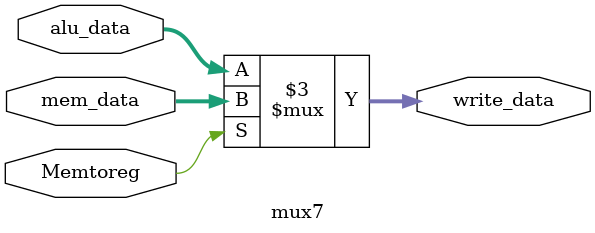
<source format=v>
`timescale 1ns / 1ps

module mux7 (
    input               Memtoreg,     // select signal
    input [31:0]        mem_data,
    input [31:0]        alu_data,
    output reg [31:0]   write_data      // rewrite data
);

    always @(*) begin
        if (Memtoreg) begin
            write_data = mem_data;
        end else begin
            write_data = alu_data;
        end
    end

endmodule

</source>
